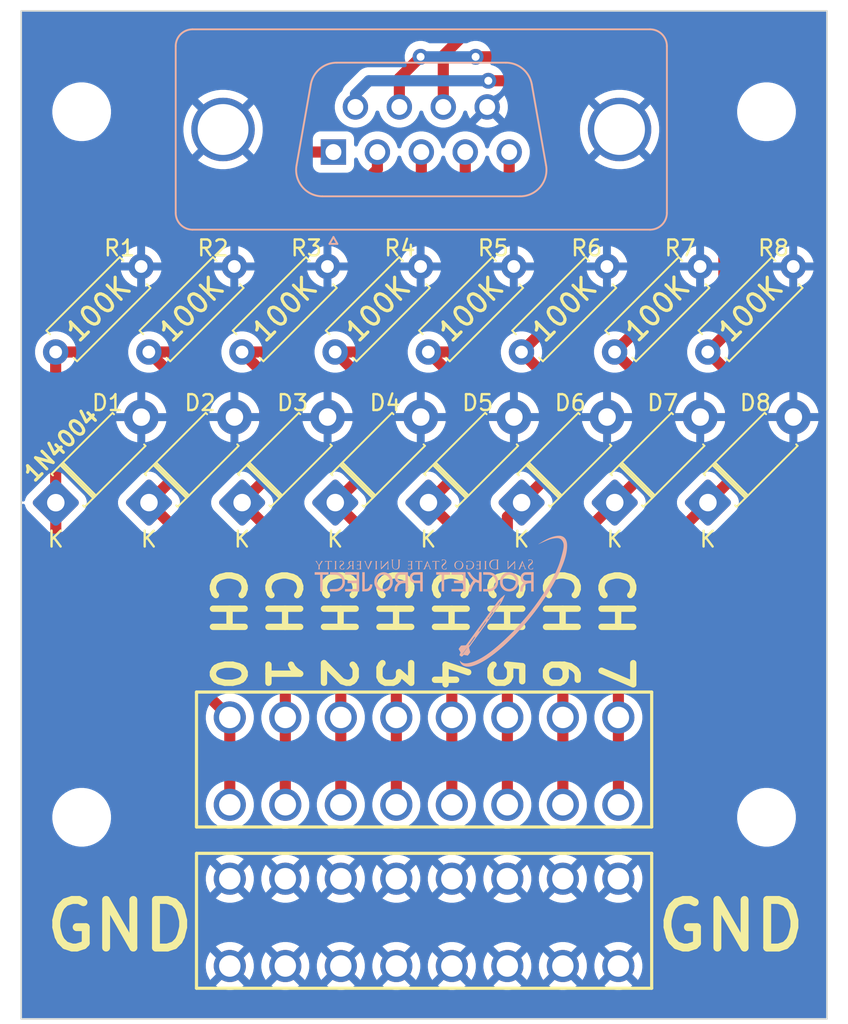
<source format=kicad_pcb>
(kicad_pcb (version 20241229) (generator "pcbnew") (generator_version "9.0")
  (layers (0 "F.Cu" signal) (2 "B.Cu" power) (13 "F.Paste" user) (15 "B.Paste" user) (5 "F.SilkS" user "F.Silkscreen") (7 "B.SilkS" user "B.Silkscreen") (1 "F.Mask" user) (3 "B.Mask" user) (25 "Edge.Cuts" user))
  (net 0 "")
  (net 1 "SOL_0")
  (net 2 "GND")
  (net 3 "SOL_1")
  (net 4 "SOL_2")
  (net 5 "SOL_3")
  (net 6 "SOL_4")
  (net 7 "SOL_5")
  (net 8 "SOL_6")
  (net 9 "SOL_7")
  (footprint "Diode_THT:D_DO-41_SOD81_P7.62mm_Horizontal" (layer "F.Cu") (at 56.948516 56.374077 45)
    (property "Reference" "D6" (at 6.614643 -2.27554 180) (layer "F.SilkS"))
    (property "Value" "1N4004")
    (fp_text user "K" (at -1.641901 1.627543 180) (layer "F.SilkS"))
    (pad "1" thru_hole roundrect (at 0 0 45) (size 2.2 2.2) (drill 1.1) (layers "*.Cu" "*.Mask") (roundrect_rratio 0.113636) (net 7 "SOL_5"))
    (pad "2" thru_hole circle (at 7.62 0 45) (size 2.2 2.2) (drill 1.1) (layers "*.Cu" "*.Mask") (net 2 "GND"))
  )
  (footprint "Diode_THT:D_DO-41_SOD81_P7.62mm_Horizontal" (layer "F.Cu") (at 62.82222 56.374077 45)
    (property "Reference" "D7" (at 6.587781 -2.302403 180) (layer "F.SilkS"))
    (property "Value" "1N4004")
    (fp_text user "K" (at -1.6425 1.626944 180) (layer "F.SilkS"))
    (pad "1" thru_hole roundrect (at 0 0 45) (size 2.2 2.2) (drill 1.1) (layers "*.Cu" "*.Mask") (roundrect_rratio 0.113636) (net 8 "SOL_6"))
    (pad "2" thru_hole circle (at 7.62 0 45) (size 2.2 2.2) (drill 1.1) (layers "*.Cu" "*.Mask") (net 2 "GND"))
  )
  (footprint "Diode_THT:D_DO-41_SOD81_P7.62mm_Horizontal" (layer "F.Cu") (at 68.695923 56.374077 45)
    (property "Reference" "D8" (at 6.560919 -2.329265 180) (layer "F.SilkS"))
    (property "Value" "1N4004")
    (fp_text user "K" (at -1.643098 1.626346 180) (layer "F.SilkS"))
    (pad "1" thru_hole roundrect (at 0 0 45) (size 2.2 2.2) (drill 1.1) (layers "*.Cu" "*.Mask") (roundrect_rratio 0.113636) (net 9 "SOL_7"))
    (pad "2" thru_hole circle (at 7.62 0 45) (size 2.2 2.2) (drill 1.1) (layers "*.Cu" "*.Mask") (net 2 "GND"))
  )
  (footprint "Diode_THT:D_DO-41_SOD81_P7.62mm_Horizontal" (layer "F.Cu") (at 33.453703 56.374077 45)
    (property "Reference" "D2" (at 6.722092 -2.168091 180) (layer "F.SilkS"))
    (property "Value" "1N4004")
    (fp_text user "K" (at -1.639508 1.629936 180) (layer "F.SilkS"))
    (pad "1" thru_hole roundrect (at 0 0 45) (size 2.2 2.2) (drill 1.1) (layers "*.Cu" "*.Mask") (roundrect_rratio 0.113636) (net 3 "SOL_1"))
    (pad "2" thru_hole circle (at 7.62 0 45) (size 2.2 2.2) (drill 1.1) (layers "*.Cu" "*.Mask") (net 2 "GND"))
  )
  (footprint "Diode_THT:D_DO-41_SOD81_P7.62mm_Horizontal" (layer "F.Cu") (at 45.20111 56.374077 45)
    (property "Reference" "D4" (at 6.668368 -2.221816 180) (layer "F.SilkS"))
    (property "Value" "1N4004")
    (fp_text user "K" (at -1.640706 1.628738 180) (layer "F.SilkS"))
    (pad "1" thru_hole roundrect (at 0 0 45) (size 2.2 2.2) (drill 1.1) (layers "*.Cu" "*.Mask") (roundrect_rratio 0.113636) (net 5 "SOL_3"))
    (pad "2" thru_hole circle (at 7.62 0 45) (size 2.2 2.2) (drill 1.1) (layers "*.Cu" "*.Mask") (net 2 "GND"))
  )
  (footprint "Resistor_THT:R_Axial_DIN0207_L6.3mm_D2.5mm_P7.62mm_Horizontal" (layer "F.Cu") (at 33.445549 46.888154 45)
    (property "Reference" "R2" (at 7.490599 -1.769889 0) (layer "F.SilkS"))
    (property "Value" "100K")
    (pad "1" thru_hole circle (at 0 0 45) (size 1.6 1.6) (drill 0.8) (layers "*.Cu" "*.Mask") (net 3 "SOL_1"))
    (pad "2" thru_hole circle (at 7.62 0 45) (size 1.6 1.6) (drill 0.8) (layers "*.Cu" "*.Mask") (net 2 "GND"))
  )
  (footprint "Resistor_THT:R_Axial_DIN0207_L6.3mm_D2.5mm_P7.62mm_Horizontal" (layer "F.Cu") (at 27.571846 46.888154 45)
    (property "Reference" "R1" (at 7.478579 -1.781909 0) (layer "F.SilkS"))
    (property "Value" "100K")
    (pad "1" thru_hole circle (at 0 0 45) (size 1.6 1.6) (drill 0.8) (layers "*.Cu" "*.Mask") (net 1 "SOL_0"))
    (pad "2" thru_hole circle (at 7.62 0 45) (size 1.6 1.6) (drill 0.8) (layers "*.Cu" "*.Mask") (net 2 "GND"))
  )
  (footprint "Diode_THT:D_DO-41_SOD81_P7.62mm_Horizontal" (layer "F.Cu") (at 51.074813 56.374077 45)
    (property "Reference" "D5" (at 6.641505 -2.248678 180) (layer "F.SilkS"))
    (property "Value" "1N4004")
    (fp_text user "K" (at -1.641303 1.628141 180) (layer "F.SilkS"))
    (pad "1" thru_hole roundrect (at 0 0 45) (size 2.2 2.2) (drill 1.1) (layers "*.Cu" "*.Mask") (roundrect_rratio 0.113636) (net 6 "SOL_4"))
    (pad "2" thru_hole circle (at 7.62 0 45) (size 2.2 2.2) (drill 1.1) (layers "*.Cu" "*.Mask") (net 2 "GND"))
  )
  (footprint "MountingHole:MountingHole_3.2mm_M3" (layer "F.Cu") (at 29.21 76.2)
    (property "Reference" "H3" (hide yes))
    (property "Value" "MountingHole")
    (pad "" np_thru_hole circle (at 0 0) (size 3.2 3.2) (drill 3.2) (layers "*.Cu" "*.Mask"))
  )
  (footprint "Resistor_THT:R_Axial_DIN0207_L6.3mm_D2.5mm_P7.62mm_Horizontal" (layer "F.Cu") (at 62.814066 46.888154 45)
    (property "Reference" "R7" (at 7.5507 -1.709788 0) (layer "F.SilkS"))
    (property "Value" "100K")
    (pad "1" thru_hole circle (at 0 0 45) (size 1.6 1.6) (drill 0.8) (layers "*.Cu" "*.Mask") (net 8 "SOL_6"))
    (pad "2" thru_hole circle (at 7.62 0 45) (size 1.6 1.6) (drill 0.8) (layers "*.Cu" "*.Mask") (net 2 "GND"))
  )
  (footprint "Resistor_THT:R_Axial_DIN0207_L6.3mm_D2.5mm_P7.62mm_Horizontal" (layer "F.Cu") (at 68.687769 46.888154 45)
    (property "Reference" "R8" (at 7.56272 -1.697768 0) (layer "F.SilkS"))
    (property "Value" "100K")
    (pad "1" thru_hole circle (at 0 0 45) (size 1.6 1.6) (drill 0.8) (layers "*.Cu" "*.Mask") (net 9 "SOL_7"))
    (pad "2" thru_hole circle (at 7.62 0 45) (size 1.6 1.6) (drill 0.8) (layers "*.Cu" "*.Mask") (net 2 "GND"))
  )
  (footprint "MountingHole:MountingHole_3.2mm_M3" (layer "F.Cu") (at 72.39 76.2)
    (property "Reference" "H4" (hide yes))
    (property "Value" "MountingHole")
    (pad "" np_thru_hole circle (at 0 0) (size 3.2 3.2) (drill 3.2) (layers "*.Cu" "*.Mask"))
  )
  (footprint "MountingHole:MountingHole_3.2mm_M3" (layer "F.Cu") (at 29.21 31.75)
    (property "Reference" "H1" (hide yes))
    (property "Value" "MountingHole")
    (pad "" np_thru_hole circle (at 0 0) (size 3.2 3.2) (drill 3.2) (layers "*.Cu" "*.Mask"))
  )
  (footprint "Diode_THT:D_DO-41_SOD81_P7.62mm_Horizontal" (layer "F.Cu") (at 27.58 56.38 45)
    (property "Reference" "D1" (at 6.753143 -2.145417 180) (layer "F.SilkS"))
    (property "Value" "1N4004")
    (fp_text user "K" (at -1.634722 1.626346 0) (layer "F.SilkS"))
    (pad "1" thru_hole roundrect (at 0 0 45) (size 2.2 2.2) (drill 1.1) (layers "*.Cu" "*.Mask") (roundrect_rratio 0.113636) (net 1 "SOL_0"))
    (pad "2" thru_hole circle (at 7.62 0 45) (size 2.2 2.2) (drill 1.1) (layers "*.Cu" "*.Mask") (net 2 "GND"))
  )
  (footprint "Diode_THT:D_DO-41_SOD81_P7.62mm_Horizontal" (layer "F.Cu") (at 39.327407 56.374077 45)
    (property "Reference" "D3" (at 6.69523 -2.194953 180) (layer "F.SilkS"))
    (property "Value" "1N4004")
    (fp_text user "K" (at -1.640107 1.629337 180) (layer "F.SilkS"))
    (pad "1" thru_hole roundrect (at 0 0 45) (size 2.2 2.2) (drill 1.1) (layers "*.Cu" "*.Mask") (roundrect_rratio 0.113636) (net 4 "SOL_2"))
    (pad "2" thru_hole circle (at 7.62 0 45) (size 2.2 2.2) (drill 1.1) (layers "*.Cu" "*.Mask") (net 2 "GND"))
  )
  (footprint "MountingHole:MountingHole_3.2mm_M3" (layer "F.Cu") (at 72.39 31.75)
    (property "Reference" "H2" (hide yes))
    (property "Value" "MountingHole")
    (pad "" np_thru_hole circle (at 0 0) (size 3.2 3.2) (drill 3.2) (layers "*.Cu" "*.Mask"))
  )
  (footprint "Resistor_THT:R_Axial_DIN0207_L6.3mm_D2.5mm_P7.62mm_Horizontal" (layer "F.Cu") (at 45.192956 46.888154 45)
    (property "Reference" "R4" (at 7.514639 -1.745849 0) (layer "F.SilkS"))
    (property "Value" "100K")
    (pad "1" thru_hole circle (at 0 0 45) (size 1.6 1.6) (drill 0.8) (layers "*.Cu" "*.Mask") (net 5 "SOL_3"))
    (pad "2" thru_hole circle (at 7.62 0 45) (size 1.6 1.6) (drill 0.8) (layers "*.Cu" "*.Mask") (net 2 "GND"))
  )
  (footprint "Resistor_THT:R_Axial_DIN0207_L6.3mm_D2.5mm_P7.62mm_Horizontal" (layer "F.Cu") (at 51.066659 46.888154 45)
    (property "Reference" "R5" (at 7.52666 -1.733829 0) (layer "F.SilkS"))
    (property "Value" "100K")
    (pad "1" thru_hole circle (at 0 0 45) (size 1.6 1.6) (drill 0.8) (layers "*.Cu" "*.Mask") (net 6 "SOL_4"))
    (pad "2" thru_hole circle (at 7.62 0 45) (size 1.6 1.6) (drill 0.8) (layers "*.Cu" "*.Mask") (net 2 "GND"))
  )
  (footprint "Resistor_THT:R_Axial_DIN0207_L6.3mm_D2.5mm_P7.62mm_Horizontal" (layer "F.Cu") (at 56.940362 46.888154 45)
    (property "Reference" "R6" (at 7.53868 -1.721809 0) (layer "F.SilkS"))
    (property "Value" "100K")
    (pad "1" thru_hole circle (at 0 0 45) (size 1.6 1.6) (drill 0.8) (layers "*.Cu" "*.Mask") (net 7 "SOL_5"))
    (pad "2" thru_hole circle (at 7.62 0 45) (size 1.6 1.6) (drill 0.8) (layers "*.Cu" "*.Mask") (net 2 "GND"))
  )
  (footprint "TBLH10V-350-08BK:RHDR16W80P550X350_2X8_2870X850X1420P" (layer "F.Cu") (at 50.8 83.82)
    (property "Reference" "J3" (hide yes))
    (property "Value" "SOL. CHANS." (hide yes))
    (pad "1" thru_hole circle (at -12.25 1.75) (size 2.025 2.025) (drill 1.35) (layers "*.Cu" "*.Mask") (net 2 "GND"))
    (pad "2" thru_hole circle (at -12.25 -3.75) (size 2.025 2.025) (drill 1.35) (layers "*.Cu" "*.Mask") (net 2 "GND"))
    (pad "3" thru_hole circle (at -8.75 1.75) (size 2.025 2.025) (drill 1.35) (layers "*.Cu" "*.Mask") (net 2 "GND"))
    (pad "4" thru_hole circle (at -8.75 -3.75) (size 2.025 2.025) (drill 1.35) (layers "*.Cu" "*.Mask") (net 2 "GND"))
    (pad "5" thru_hole circle (at -5.25 1.75) (size 2.025 2.025) (drill 1.35) (layers "*.Cu" "*.Mask") (net 2 "GND"))
    (pad "6" thru_hole circle (at -5.25 -3.75) (size 2.025 2.025) (drill 1.35) (layers "*.Cu" "*.Mask") (net 2 "GND"))
    (pad "7" thru_hole circle (at -1.75 1.75) (size 2.025 2.025) (drill 1.35) (layers "*.Cu" "*.Mask") (net 2 "GND"))
    (pad "8" thru_hole circle (at -1.75 -3.75) (size 2.025 2.025) (drill 1.35) (layers "*.Cu" "*.Mask") (net 2 "GND"))
    (pad "9" thru_hole circle (at 1.75 1.75) (size 2.025 2.025) (drill 1.35) (layers "*.Cu" "*.Mask") (net 2 "GND"))
    (pad "10" thru_hole circle (at 1.75 -3.75) (size 2.025 2.025) (drill 1.35) (layers "*.Cu" "*.Mask") (net 2 "GND"))
    (pad "11" thru_hole circle (at 5.25 1.75) (size 2.025 2.025) (drill 1.35) (layers "*.Cu" "*.Mask") (net 2 "GND"))
    (pad "12" thru_hole circle (at 5.25 -3.75) (size 2.025 2.025) (drill 1.35) (layers "*.Cu" "*.Mask") (net 2 "GND"))
    (pad "13" thru_hole circle (at 8.75 1.75) (size 2.025 2.025) (drill 1.35) (layers "*.Cu" "*.Mask") (net 2 "GND"))
    (pad "14" thru_hole circle (at 8.75 -3.75) (size 2.025 2.025) (drill 1.35) (layers "*.Cu" "*.Mask") (net 2 "GND"))
    (pad "15" thru_hole circle (at 12.25 1.75) (size 2.025 2.025) (drill 1.35) (layers "*.Cu" "*.Mask") (net 2 "GND"))
    (pad "16" thru_hole circle (at 12.25 -3.75) (size 2.025 2.025) (drill 1.35) (layers "*.Cu" "*.Mask") (net 2 "GND"))
  )
  (footprint "TBLH10V-350-08BK:RHDR16W80P550X350_2X8_2870X850X1420P" (layer "F.Cu") (at 50.8 73.66)
    (property "Reference" "J2" (hide yes))
    (property "Value" "SOL. CHANS." (hide yes))
    (pad "1" thru_hole circle (at -12.25 1.75) (size 2.025 2.025) (drill 1.35) (layers "*.Cu" "*.Mask") (net 1 "SOL_0"))
    (pad "2" thru_hole circle (at -12.25 -3.75) (size 2.025 2.025) (drill 1.35) (layers "*.Cu" "*.Mask") (net 1 "SOL_0"))
    (pad "3" thru_hole circle (at -8.75 1.75) (size 2.025 2.025) (drill 1.35) (layers "*.Cu" "*.Mask") (net 3 "SOL_1"))
    (pad "4" thru_hole circle (at -8.75 -3.75) (size 2.025 2.025) (drill 1.35) (layers "*.Cu" "*.Mask") (net 3 "SOL_1"))
    (pad "5" thru_hole circle (at -5.25 1.75) (size 2.025 2.025) (drill 1.35) (layers "*.Cu" "*.Mask") (net 4 "SOL_2"))
    (pad "6" thru_hole circle (at -5.25 -3.75) (size 2.025 2.025) (drill 1.35) (layers "*.Cu" "*.Mask") (net 4 "SOL_2"))
    (pad "7" thru_hole circle (at -1.75 1.75) (size 2.025 2.025) (drill 1.35) (layers "*.Cu" "*.Mask") (net 5 "SOL_3"))
    (pad "8" thru_hole circle (at -1.75 -3.75) (size 2.025 2.025) (drill 1.35) (layers "*.Cu" "*.Mask") (net 5 "SOL_3"))
    (pad "9" thru_hole circle (at 1.75 1.75) (size 2.025 2.025) (drill 1.35) (layers "*.Cu" "*.Mask") (net 6 "SOL_4"))
    (pad "10" thru_hole circle (at 1.75 -3.75) (size 2.025 2.025) (drill 1.35) (layers "*.Cu" "*.Mask") (net 6 "SOL_4"))
    (pad "11" thru_hole circle (at 5.25 1.75) (size 2.025 2.025) (drill 1.35) (layers "*.Cu" "*.Mask") (net 7 "SOL_5"))
    (pad "12" thru_hole circle (at 5.25 -3.75) (size 2.025 2.025) (drill 1.35) (layers "*.Cu" "*.Mask") (net 7 "SOL_5"))
    (pad "13" thru_hole circle (at 8.75 1.75) (size 2.025 2.025) (drill 1.35) (layers "*.Cu" "*.Mask") (net 8 "SOL_6"))
    (pad "14" thru_hole circle (at 8.75 -3.75) (size 2.025 2.025) (drill 1.35) (layers "*.Cu" "*.Mask") (net 8 "SOL_6"))
    (pad "15" thru_hole circle (at 12.25 1.75) (size 2.025 2.025) (drill 1.35) (layers "*.Cu" "*.Mask") (net 9 "SOL_7"))
    (pad "16" thru_hole circle (at 12.25 -3.75) (size 2.025 2.025) (drill 1.35) (layers "*.Cu" "*.Mask") (net 9 "SOL_7"))
  )
  (footprint "Resistor_THT:R_Axial_DIN0207_L6.3mm_D2.5mm_P7.62mm_Horizontal" (layer "F.Cu") (at 39.319253 46.888154 45)
    (property "Reference" "R3" (at 7.502619 -1.757869 0) (layer "F.SilkS"))
    (property "Value" "100K")
    (pad "1" thru_hole circle (at 0 0 45) (size 1.6 1.6) (drill 0.8) (layers "*.Cu" "*.Mask") (net 4 "SOL_2"))
    (pad "2" thru_hole circle (at 7.62 0 45) (size 1.6 1.6) (drill 0.8) (layers "*.Cu" "*.Mask") (net 2 "GND"))
  )
  (footprint "LOGO:RP_Logo" (layer "B.Cu") (at 51.86 62.59 180)
    (property "Reference" "G***" (hide yes))
    (property "Value" "LOGO" (hide yes))
  )
  (footprint "Connector_Dsub:DSUB-9_Pins_Vertical_P2.77x2.84mm_MountingHoles" (layer "B.Cu") (at 45.085 34.29)
    (property "Reference" "J1" (hide yes))
    (property "Value" "DB9_INPUT")
    (pad "0" thru_hole circle (at -6.96 -1.42) (size 4 4) (drill 3.2) (layers "*.Cu" "*.Mask") (net 2 "GND"))
    (pad "0" thru_hole circle (at 18.04 -1.42) (size 4 4) (drill 3.2) (layers "*.Cu" "*.Mask") (net 2 "GND"))
    (pad "1" thru_hole rect (at 0 0) (size 1.6 1.6) (drill 1) (layers "*.Cu" "*.Mask") (net 1 "SOL_0"))
    (pad "2" thru_hole circle (at 2.77 0) (size 1.6 1.6) (drill 1) (layers "*.Cu" "*.Mask") (net 3 "SOL_1"))
    (pad "3" thru_hole circle (at 5.540001 0) (size 1.6 1.6) (drill 1) (layers "*.Cu" "*.Mask") (net 4 "SOL_2"))
    (pad "4" thru_hole circle (at 8.31 0) (size 1.6 1.6) (drill 1) (layers "*.Cu" "*.Mask") (net 5 "SOL_3"))
    (pad "5" thru_hole circle (at 11.08 0) (size 1.6 1.6) (drill 1) (layers "*.Cu" "*.Mask") (net 6 "SOL_4"))
    (pad "6" thru_hole circle (at 1.385 -2.84) (size 1.6 1.6) (drill 1) (layers "*.Cu" "*.Mask") (net 7 "SOL_5"))
    (pad "7" thru_hole circle (at 4.155 -2.84) (size 1.6 1.6) (drill 1) (layers "*.Cu" "*.Mask") (net 8 "SOL_6"))
    (pad "8" thru_hole circle (at 6.925 -2.84) (size 1.6 1.6) (drill 1) (layers "*.Cu" "*.Mask") (net 9 "SOL_7"))
    (pad "9" thru_hole circle (at 9.695 -2.84) (size 1.6 1.6) (drill 1) (layers "*.Cu" "*.Mask") (net 2 "GND"))
  )
  (gr_rect (start 25.4 25.4) (end 76.2 88.9) (stroke (width 0.1)) (fill no) (layer "Edge.Cuts"))
  (gr_text "100K" (at 59.64 44.2 45) (layer "F.SilkS") (effects (font (size 1.25 1.25) (thickness 0.2) (bold yes))))
  (gr_text "CH 2" (at 44.222 60.32 270) (layer "F.SilkS") (effects (font (size 2 2) (thickness 0.4) (bold yes)) (justify left bottom)))
  (gr_text "1N4004" (at 26.17 55.28 45) (layer "F.SilkS") (effects (font (size 1 1) (thickness 0.2) (bold yes)) (justify left bottom)))
  (gr_text "100K" (at 30.265923 44.194077 45) (layer "F.SilkS") (effects (font (size 1.25 1.25) (thickness 0.2) (bold yes))))
  (gr_text "GND" (at 36.51 84.8 0) (layer "F.SilkS") (effects (font (size 3 3) (thickness 0.5) (bold yes)) (justify right bottom)))
  (gr_text "CH 5" (at 54.722 60.32 270) (layer "F.SilkS") (effects (font (size 2 2) (thickness 0.4) (bold yes)) (justify left bottom)))
  (gr_text "CH 7" (at 61.722 60.32 270) (layer "F.SilkS") (effects (font (size 2 2) (thickness 0.4) (bold yes)) (justify left bottom)))
  (gr_text "GND" (at 75.05 84.8 0) (layer "F.SilkS") (effects (font (size 3 3) (thickness 0.5) (bold yes)) (justify right bottom)))
  (gr_text "100K" (at 42.01333 44.194077 45) (layer "F.SilkS") (effects (font (size 1.25 1.25) (thickness 0.2) (bold yes))))
  (gr_text "CH 3" (at 47.722 60.32 270) (layer "F.SilkS") (effects (font (size 2 2) (thickness 0.4) (bold yes)) (justify left bottom)))
  (gr_text "CH 6" (at 58.222 60.32 270) (layer "F.SilkS") (effects (font (size 2 2) (thickness 0.4) (bold yes)) (justify left bottom)))
  (gr_text "CH 0" (at 37.222 60.32 270) (layer "F.SilkS") (effects (font (size 2 2) (thickness 0.4) (bold yes)) (justify left bottom)))
  (gr_text "100K" (at 47.887033 44.194077 45) (layer "F.SilkS") (effects (font (size 1.25 1.25) (thickness 0.2) (bold yes))))
  (gr_text "CH 4" (at 51.222 60.32 270) (layer "F.SilkS") (effects (font (size 2 2) (thickness 0.4) (bold yes)) (justify left bottom)))
  (gr_text "100K" (at 53.760736 44.194077 45) (layer "F.SilkS") (effects (font (size 1.25 1.25) (thickness 0.2) (bold yes))))
  (gr_text "100K" (at 36.139626 44.194077 45) (layer "F.SilkS") (effects (font (size 1.25 1.25) (thickness 0.2) (bold yes))))
  (gr_text "100K" (at 71.381846 44.194077 45) (layer "F.SilkS") (effects (font (size 1.25 1.25) (thickness 0.2) (bold yes))))
  (gr_text "CH 1" (at 40.722 60.32 270) (layer "F.SilkS") (effects (font (size 2 2) (thickness 0.4) (bold yes)) (justify left bottom)))
  (gr_text "100K" (at 65.5 44.18 45) (layer "F.SilkS") (effects (font (size 1.25 1.25) (thickness 0.2) (bold yes))))
  (segment (start 45.085 34.29) (end 43.05 34.29) (width 0.7) (layer "F.Cu") (net 1))
  (segment (start 27.58 58.94) (end 38.55 69.91) (width 0.7) (layer "F.Cu") (net 1))
  (segment (start 30.451846 46.888154) (end 27.571846 46.888154) (width 0.7) (layer "F.Cu") (net 1))
  (segment (start 27.58 56.38) (end 27.58 58.94) (width 0.7) (layer "F.Cu") (net 1))
  (segment (start 27.571846 56.371846) (end 27.58 56.38) (width 0.7) (layer "F.Cu") (net 1))
  (segment (start 27.571846 46.888154) (end 27.571846 56.371846) (width 0.7) (layer "F.Cu") (net 1))
  (segment (start 43.05 34.29) (end 30.451846 46.888154) (width 0.7) (layer "F.Cu") (net 1))
  (segment (start 38.55 69.91) (end 38.55 75.41) (width 0.7) (layer "F.Cu") (net 1))
  (segment (start 33.453703 56.374077) (end 42.05 64.970374) (width 0.7) (layer "F.Cu") (net 3))
  (segment (start 34.92 48.362605) (end 34.92 54.90778) (width 0.7) (layer "F.Cu") (net 3))
  (segment (start 47.855 35.375) (end 47.855 34.29) (width 0.7) (layer "F.Cu") (net 3))
  (segment (start 33.445549 46.888154) (end 36.341846 46.888154) (width 0.7) (layer "F.Cu") (net 3))
  (segment (start 33.445549 46.888154) (end 34.92 48.362605) (width 0.7) (layer "F.Cu") (net 3))
  (segment (start 36.341846 46.888154) (end 47.855 35.375) (width 0.7) (layer "F.Cu") (net 3))
  (segment (start 34.92 54.90778) (end 33.453703 56.374077) (width 0.7) (layer "F.Cu") (net 3))
  (segment (start 42.05 64.970374) (end 42.05 69.91) (width 0.7) (layer "F.Cu") (net 3))
  (segment (start 42.05 69.91) (end 42.05 75.41) (width 0.7) (layer "F.Cu") (net 3))
  (segment (start 45.55 69.91) (end 45.55 75.41) (width 0.7) (layer "F.Cu") (net 4))
  (segment (start 50.625 38.515) (end 50.625 34.290001) (width 0.7) (layer "F.Cu") (net 4))
  (segment (start 40.75 54.951484) (end 39.327407 56.374077) (width 0.7) (layer "F.Cu") (net 4))
  (segment (start 39.319253 46.888154) (end 42.251846 46.888154) (width 0.7) (layer "F.Cu") (net 4))
  (segment (start 40.75 48.318901) (end 40.75 54.951484) (width 0.7) (layer "F.Cu") (net 4))
  (segment (start 50.625 34.290001) (end 50.625001 34.29) (width 0.7) (layer "F.Cu") (net 4))
  (segment (start 39.327407 56.374077) (end 45.55 62.59667) (width 0.7) (layer "F.Cu") (net 4))
  (segment (start 39.319253 46.888154) (end 40.75 48.318901) (width 0.7) (layer "F.Cu") (net 4))
  (segment (start 42.251846 46.888154) (end 50.625 38.515) (width 0.7) (layer "F.Cu") (net 4))
  (segment (start 45.55 62.59667) (end 45.55 69.91) (width 0.7) (layer "F.Cu") (net 4))
  (segment (start 46.64 48.335198) (end 46.64 54.935187) (width 0.7) (layer "F.Cu") (net 5))
  (segment (start 45.192956 46.888154) (end 46.64 48.335198) (width 0.7) (layer "F.Cu") (net 5))
  (segment (start 48.011846 46.888154) (end 53.395 41.505) (width 0.7) (layer "F.Cu") (net 5))
  (segment (start 53.395 41.505) (end 53.395 34.29) (width 0.7) (layer "F.Cu") (net 5))
  (segment (start 45.192956 46.888154) (end 48.011846 46.888154) (width 0.7) (layer "F.Cu") (net 5))
  (segment (start 46.64 54.935187) (end 45.20111 56.374077) (width 0.7) (layer "F.Cu") (net 5))
  (segment (start 45.20111 56.374077) (end 49.05 60.222967) (width 0.7) (layer "F.Cu") (net 5))
  (segment (start 49.05 60.222967) (end 49.05 69.91) (width 0.7) (layer "F.Cu") (net 5))
  (segment (start 49.05 69.91) (end 49.05 75.41) (width 0.7) (layer "F.Cu") (net 5))
  (segment (start 51.074813 56.374077) (end 52.55 57.849264) (width 0.7) (layer "F.Cu") (net 6))
  (segment (start 52.52 54.92889) (end 51.074813 56.374077) (width 0.7) (layer "F.Cu") (net 6))
  (segment (start 52.55 57.849264) (end 52.55 69.91) (width 0.7) (layer "F.Cu") (net 6))
  (segment (start 56.165 36.985) (end 56.165 34.29) (width 0.7) (layer "F.Cu") (net 6))
  (segment (start 53.901846 46.888154) (end 58.9 41.89) (width 0.7) (layer "F.Cu") (net 6))
  (segment (start 58.9 41.89) (end 58.9 39.72) (width 0.7) (layer "F.Cu") (net 6))
  (segment (start 51.066659 46.888154) (end 52.52 48.341495) (width 0.7) (layer "F.Cu") (net 6))
  (segment (start 52.55 69.91) (end 52.55 75.41) (width 0.7) (layer "F.Cu") (net 6))
  (segment (start 51.066659 46.888154) (end 53.901846 46.888154) (width 0.7) (layer "F.Cu") (net 6))
  (segment (start 52.52 48.341495) (end 52.52 54.92889) (width 0.7) (layer "F.Cu") (net 6))
  (segment (start 58.9 39.72) (end 56.165 36.985) (width 0.7) (layer "F.Cu") (net 6))
  (segment (start 56.940362 46.888154) (end 58.41 48.357792) (width 0.7) (layer "F.Cu") (net 7))
  (segment (start 60.27 32.74) (end 60.27 43.558516) (width 0.7) (layer "F.Cu") (net 7))
  (segment (start 54.85 29.8) (end 57.33 29.8) (width 0.7) (layer "F.Cu") (net 7))
  (segment (start 56.05 69.91) (end 56.05 75.41) (width 0.7) (layer "F.Cu") (net 7))
  (segment (start 60.27 43.558516) (end 56.940362 46.888154) (width 0.7) (layer "F.Cu") (net 7))
  (segment (start 58.41 54.912593) (end 56.948516 56.374077) (width 0.7) (layer "F.Cu") (net 7))
  (segment (start 56.948516 56.374077) (end 56.05 57.272593) (width 0.7) (layer "F.Cu") (net 7))
  (segment (start 58.41 48.357792) (end 58.41 54.912593) (width 0.7) (layer "F.Cu") (net 7))
  (segment (start 57.33 29.8) (end 60.27 32.74) (width 0.7) (layer "F.Cu") (net 7))
  (segment (start 56.05 57.272593) (end 56.05 69.91) (width 0.7) (layer "F.Cu") (net 7))
  (via (at 54.85 29.8) (size 1) (drill 0.5) (layers "F.Cu" "B.Cu") (net 7))
  (segment (start 47.32 29.8) (end 54.85 29.8) (width 0.7) (layer "B.Cu") (net 7))
  (segment (start 46.47 31.45) (end 46.47 30.65) (width 0.7) (layer "B.Cu") (net 7))
  (segment (start 46.47 30.65) (end 47.32 29.8) (width 0.7) (layer "B.Cu") (net 7))
  (segment (start 49.24 29.63) (end 50.58 28.29) (width 0.7) (layer "F.Cu") (net 8))
  (segment (start 64.27 48.344088) (end 64.27 54.926297) (width 0.7) (layer "F.Cu") (net 8))
  (segment (start 62.82222 56.374077) (end 59.55 59.646297) (width 0.7) (layer "F.Cu") (net 8))
  (segment (start 49.24 31.45) (end 49.24 29.63) (width 0.7) (layer "F.Cu") (net 8))
  (segment (start 59.55 69.91) (end 59.55 75.41) (width 0.7) (layer "F.Cu") (net 8))
  (segment (start 62.814066 46.888154) (end 64.27 48.344088) (width 0.7) (layer "F.Cu") (net 8))
  (segment (start 66.13 31.2) (end 63.22 28.29) (width 0.7) (layer "F.Cu") (net 8))
  (segment (start 62.814066 46.888154) (end 66.13 43.57222) (width 0.7) (layer "F.Cu") (net 8))
  (segment (start 59.55 59.646297) (end 59.55 69.91) (width 0.7) (layer "F.Cu") (net 8))
  (segment (start 64.27 54.926297) (end 62.82222 56.374077) (width 0.7) (layer "F.Cu") (net 8))
  (segment (start 63.22 28.29) (end 54.05 28.29) (width 0.7) (layer "F.Cu") (net 8))
  (segment (start 66.13 43.57222) (end 66.13 31.2) (width 0.7) (layer "F.Cu") (net 8))
  (via (at 54.05 28.29) (size 1) (drill 0.5) (layers "F.Cu" "B.Cu") (net 8))
  (via (at 50.58 28.29) (size 1) (drill 0.5) (layers "F.Cu" "B.Cu") (net 8))
  (segment (start 50.58 28.29) (end 54.05 28.29) (width 0.7) (layer "B.Cu") (net 8))
  (segment (start 63.05 69.91) (end 63.05 75.41) (width 0.7) (layer "F.Cu") (net 9))
  (segment (start 53.47 26.75) (end 64.22 26.75) (width 0.7) (layer "F.Cu") (net 9))
  (segment (start 69.7 45.875923) (end 68.687769 46.888154) (width 0.7) (layer "F.Cu") (net 9))
  (segment (start 70.12 54.95) (end 68.695923 56.374077) (width 0.7) (layer "F.Cu") (net 9))
  (segment (start 68.687769 46.888154) (end 70.12 48.320385) (width 0.7) (layer "F.Cu") (net 9))
  (segment (start 63.05 69.91) (end 63.05 62.02) (width 0.7) (layer "F.Cu") (net 9))
  (segment (start 70.12 48.320385) (end 70.12 54.95) (width 0.7) (layer "F.Cu") (net 9))
  (segment (start 69.7 32.23) (end 69.7 45.875923) (width 0.7) (layer "F.Cu") (net 9))
  (segment (start 64.22 26.75) (end 69.7 32.23) (width 0.7) (layer "F.Cu") (net 9))
  (segment (start 63.05 62.02) (end 68.695923 56.374077) (width 0.7) (layer "F.Cu") (net 9))
  (segment (start 52.01 31.45) (end 52.01 28.21) (width 0.7) (layer "F.Cu") (net 9))
  (segment (start 52.01 28.21) (end 53.47 26.75) (width 0.7) (layer "F.Cu") (net 9))
  (zone (net 2) (net_name "GND") (layer "B.Cu") (connect_pads (clearance 0.5)) (min_thickness 0.25) (fill yes (thermal_gap 0.5) (thermal_bridge_width 0.5))
    (polygon (pts (xy 25.25 25.28) (xy 76.35 25.3) (xy 76.4 89.23) (xy 24.8 89.18)))
  )
)
</source>
